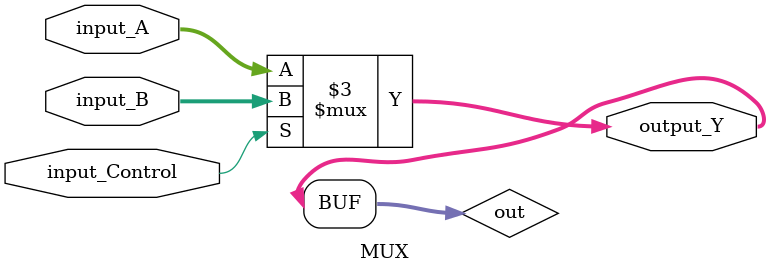
<source format=v>
`timescale 1ns / 1ps
module MUX(
    input input_Control,
    input [7:0] input_A,
    input [7:0] input_B,
    output [7:0] output_Y
    );
		
		reg [7:0] out;
		
		assign output_Y = out;
		
		always@(input_Control or input_A or input_B) begin
			if(input_Control) begin
				out = input_B;
			end
			else begin
				out = input_A;
			end
		end

endmodule

</source>
